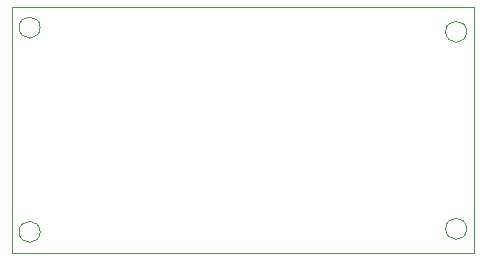
<source format=gm1>
%TF.GenerationSoftware,KiCad,Pcbnew,9.0.6*%
%TF.CreationDate,2025-12-11T09:20:51-05:00*%
%TF.ProjectId,Mini_Solar_Supply,4d696e69-5f53-46f6-9c61-725f53757070,rev?*%
%TF.SameCoordinates,Original*%
%TF.FileFunction,Profile,NP*%
%FSLAX46Y46*%
G04 Gerber Fmt 4.6, Leading zero omitted, Abs format (unit mm)*
G04 Created by KiCad (PCBNEW 9.0.6) date 2025-12-11 09:20:51*
%MOMM*%
%LPD*%
G01*
G04 APERTURE LIST*
%TA.AperFunction,Profile*%
%ADD10C,0.050000*%
%TD*%
G04 APERTURE END LIST*
D10*
X122758200Y-118110000D02*
X161925000Y-118110000D01*
X161925000Y-138938000D01*
X122758200Y-138938000D01*
X122758200Y-118110000D01*
X125151596Y-119890898D02*
G75*
G02*
X123367800Y-119890898I-891898J0D01*
G01*
X123367800Y-119890898D02*
G75*
G02*
X125151596Y-119890898I891898J0D01*
G01*
X161267498Y-136928502D02*
G75*
G02*
X159483702Y-136928502I-891898J0D01*
G01*
X159483702Y-136928502D02*
G75*
G02*
X161267498Y-136928502I891898J0D01*
G01*
X161267498Y-120243600D02*
G75*
G02*
X159483702Y-120243600I-891898J0D01*
G01*
X159483702Y-120243600D02*
G75*
G02*
X161267498Y-120243600I891898J0D01*
G01*
X125151596Y-137185400D02*
G75*
G02*
X123367800Y-137185400I-891898J0D01*
G01*
X123367800Y-137185400D02*
G75*
G02*
X125151596Y-137185400I891898J0D01*
G01*
M02*

</source>
